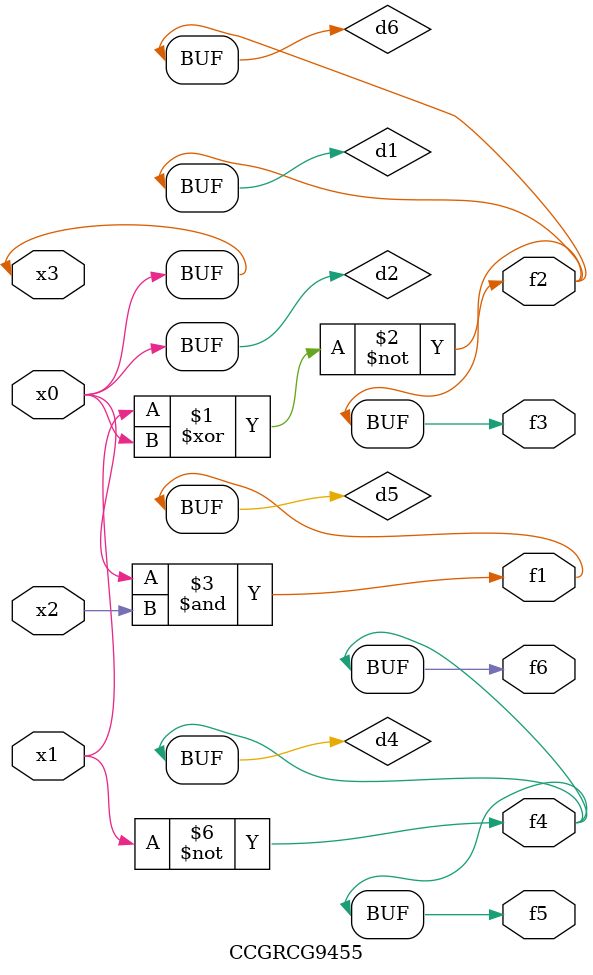
<source format=v>
module CCGRCG9455(
	input x0, x1, x2, x3,
	output f1, f2, f3, f4, f5, f6
);

	wire d1, d2, d3, d4, d5, d6;

	xnor (d1, x1, x3);
	buf (d2, x0, x3);
	nand (d3, x0, x2);
	not (d4, x1);
	nand (d5, d3);
	or (d6, d1);
	assign f1 = d5;
	assign f2 = d6;
	assign f3 = d6;
	assign f4 = d4;
	assign f5 = d4;
	assign f6 = d4;
endmodule

</source>
